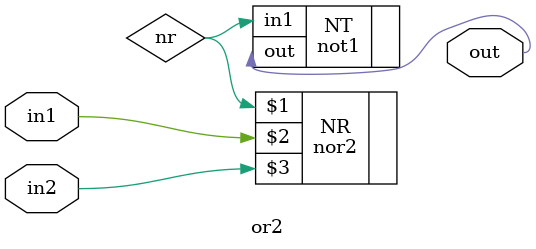
<source format=v>
module or2(out, in1, in2);
    input in1, in2;
    output out;

    wire nr;
    nor2 NR(nr, in1, in2);
    not1 NT(.out(out), .in1(nr));
endmodule
</source>
